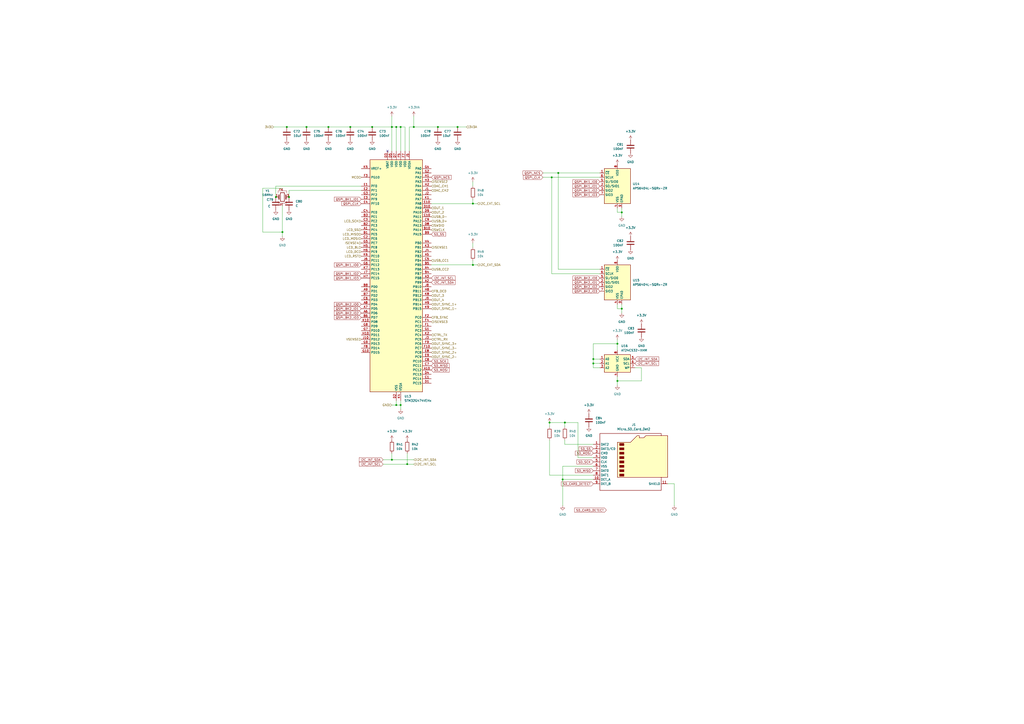
<source format=kicad_sch>
(kicad_sch (version 20250114) (generator "eeschema") (generator_version "9.0")
  (paper "A2")
  (lib_symbols
    (symbol "Connector:Micro_SD_Card_Det2"
      (property "Reference" "J" (at -16.51 17.78 0))
      (property "Value" "Micro_SD_Card_Det2" (at 16.51 17.78 0))
      (symbol "Micro_SD_Card_Det2_0_1"
        (polyline (pts (xy -8.89 -8.89) (xy -8.89 11.43) (xy -1.27 11.43) (xy 2.54 15.24) (xy 3.81 15.24) (xy 3.81 13.97) (xy 6.35 13.97) (xy 7.62 15.24) (xy 20.32 15.24) (xy 20.32 -8.89) (xy -8.89 -8.89)) (stroke (width 0.254)) (fill (type background)))
        (rectangle (start -7.62 10.795) (end -5.08 9.525) (stroke (width 0.254)) (fill (type outline)))
        (rectangle (start -7.62 8.255) (end -5.08 6.985) (stroke (width 0.254)) (fill (type outline)))
        (rectangle (start -7.62 5.715) (end -5.08 4.445) (stroke (width 0.254)) (fill (type outline)))
        (rectangle (start -7.62 3.175) (end -5.08 1.905) (stroke (width 0.254)) (fill (type outline)))
        (rectangle (start -7.62 0.635) (end -5.08 -0.635) (stroke (width 0.254)) (fill (type outline)))
        (rectangle (start -7.62 -1.905) (end -5.08 -3.175) (stroke (width 0.254)) (fill (type outline)))
        (rectangle (start -7.62 -4.445) (end -5.08 -5.715) (stroke (width 0.254)) (fill (type outline)))
        (rectangle (start -7.62 -6.985) (end -5.08 -8.255) (stroke (width 0.254)) (fill (type outline)))
        (polyline (pts (xy 16.51 15.24) (xy 16.51 16.51) (xy -19.05 16.51) (xy -19.05 -16.51) (xy 16.51 -16.51) (xy 16.51 -8.89)) (stroke (width 0.254)))
      )
      (symbol "Micro_SD_Card_Det2_1_1"
        (pin bidirectional line (at -22.86 10.16 0) (length 3.81) (name "DAT2") (number "1"))
        (pin bidirectional line (at -22.86 7.62 0) (length 3.81) (name "DAT3/CD") (number "2"))
        (pin input line (at -22.86 5.08 0) (length 3.81) (name "CMD") (number "3"))
        (pin power_in line (at -22.86 2.54 0) (length 3.81) (name "VDD") (number "4"))
        (pin input line (at -22.86 0 0) (length 3.81) (name "CLK") (number "5"))
        (pin power_in line (at -22.86 -2.54 0) (length 3.81) (name "VSS") (number "6"))
        (pin bidirectional line (at -22.86 -5.08 0) (length 3.81) (name "DAT0") (number "7"))
        (pin bidirectional line (at -22.86 -7.62 0) (length 3.81) (name "DAT1") (number "8"))
        (pin passive line (at -22.86 -10.16 0) (length 3.81) (name "DET_A") (number "10"))
        (pin passive line (at -22.86 -12.7 0) (length 3.81) (name "DET_B") (number "9"))
        (pin passive line (at 20.32 -12.7 180) (length 3.81) (name "SHIELD") (number "11"))
      )
    )
    (symbol "Device:C" (pin_numbers (hide yes)) (pin_names (offset 0.254))
      (property "Reference" "C" (at 0.635 2.54 0))
      (property "Value" "C" (at 0.635 -2.54 0))
      (symbol "C_0_1"
        (polyline (pts (xy -2.032 0.762) (xy 2.032 0.762)) (stroke (width 0.508)))
        (polyline (pts (xy -2.032 -0.762) (xy 2.032 -0.762)) (stroke (width 0.508)))
      )
      (symbol "C_1_1"
        (pin passive line (at 0 3.81 270) (length 2.794) (name "~") (number "1"))
        (pin passive line (at 0 -3.81 90) (length 2.794) (name "~") (number "2"))
      )
    )
    (symbol "Device:Crystal_GND24" (pin_names (offset 1.016) (hide yes))
      (property "Reference" "Y" (at 3.175 5.08 0))
      (property "Value" "Crystal_GND24" (at 3.175 3.175 0))
      (symbol "Crystal_GND24_0_1"
        (polyline (pts (xy -2.54 2.286) (xy -2.54 3.556) (xy 2.54 3.556) (xy 2.54 2.286)))
        (polyline (pts (xy -2.54 0) (xy -2.032 0)))
        (polyline (pts (xy -2.54 -2.286) (xy -2.54 -3.556) (xy 2.54 -3.556) (xy 2.54 -2.286)))
        (polyline (pts (xy -2.032 -1.27) (xy -2.032 1.27)) (stroke (width 0.508)))
        (rectangle (start -1.143 2.54) (end 1.143 -2.54) (stroke (width 0.3048)))
        (polyline (pts (xy 0 3.556) (xy 0 3.81)))
        (polyline (pts (xy 0 -3.81) (xy 0 -3.556)))
        (polyline (pts (xy 2.032 0) (xy 2.54 0)))
        (polyline (pts (xy 2.032 -1.27) (xy 2.032 1.27)) (stroke (width 0.508)))
      )
      (symbol "Crystal_GND24_1_1"
        (pin passive line (at -3.81 0 0) (length 1.27) (name "1") (number "1"))
        (pin passive line (at 0 5.08 270) (length 1.27) (name "2") (number "2"))
        (pin passive line (at 0 -5.08 90) (length 1.27) (name "4") (number "4"))
        (pin passive line (at 3.81 0 180) (length 1.27) (name "3") (number "3"))
      )
    )
    (symbol "Device:R" (pin_numbers (hide yes)) (pin_names (offset 0))
      (property "Reference" "R" (at 2.032 0 90))
      (property "Value" "R" (at 0 0 90))
      (symbol "R_0_1"
        (rectangle (start -1.016 -2.54) (end 1.016 2.54) (stroke (width 0.254)))
      )
      (symbol "R_1_1"
        (pin passive line (at 0 3.81 270) (length 1.27) (name "~") (number "1"))
        (pin passive line (at 0 -3.81 90) (length 1.27) (name "~") (number "2"))
      )
    )
    (symbol "MCU_ST_STM32G4:STM32G474VEHx"
      (property "Reference" "U" (at -15.24 69.85 0))
      (property "Value" "STM32G474VEHx" (at 10.16 69.85 0))
      (symbol "STM32G474VEHx_0_1"
        (rectangle (start -15.24 -66.04) (end 15.24 68.58) (stroke (width 0.254)) (fill (type background)))
      )
      (symbol "STM32G474VEHx_1_1"
        (pin input line (at -20.32 63.5 0) (length 5.08) (name "VREF+") (number "K5"))
        (pin bidirectional line (at -20.32 58.42 0) (length 5.08) (name "PG10") (number "F3"))
        (pin bidirectional line (at -20.32 53.34 0) (length 5.08) (name "PF0") (number "E1"))
        (pin bidirectional line (at -20.32 50.8 0) (length 5.08) (name "PF1") (number "E2"))
        (pin bidirectional line (at -20.32 48.26 0) (length 5.08) (name "PF2") (number "G3"))
        (pin bidirectional line (at -20.32 45.72 0) (length 5.08) (name "PF9") (number "E3"))
        (pin bidirectional line (at -20.32 43.18 0) (length 5.08) (name "PF10") (number "E4"))
        (pin bidirectional line (at -20.32 38.1 0) (length 5.08) (name "PE0") (number "C4"))
        (pin bidirectional line (at -20.32 35.56 0) (length 5.08) (name "PE1") (number "B3"))
        (pin bidirectional line (at -20.32 33.02 0) (length 5.08) (name "PE2") (number "C3"))
        (pin bidirectional line (at -20.32 30.48 0) (length 5.08) (name "PE3") (number "B2"))
        (pin bidirectional line (at -20.32 27.94 0) (length 5.08) (name "PE4") (number "A1"))
        (pin bidirectional line (at -20.32 25.4 0) (length 5.08) (name "PE5") (number "B1"))
        (pin bidirectional line (at -20.32 22.86 0) (length 5.08) (name "PE6") (number "C2"))
        (pin bidirectional line (at -20.32 20.32 0) (length 5.08) (name "PE7") (number "G5"))
        (pin bidirectional line (at -20.32 17.78 0) (length 5.08) (name "PE8") (number "H5"))
        (pin bidirectional line (at -20.32 15.24 0) (length 5.08) (name "PE9") (number "H6"))
        (pin bidirectional line (at -20.32 12.7 0) (length 5.08) (name "PE10") (number "K6"))
        (pin bidirectional line (at -20.32 10.16 0) (length 5.08) (name "PE11") (number "J6"))
        (pin bidirectional line (at -20.32 7.62 0) (length 5.08) (name "PE12") (number "G6"))
        (pin bidirectional line (at -20.32 5.08 0) (length 5.08) (name "PE13") (number "K7"))
        (pin bidirectional line (at -20.32 2.54 0) (length 5.08) (name "PE14") (number "J7"))
        (pin bidirectional line (at -20.32 0 0) (length 5.08) (name "PE15") (number "H7"))
        (pin bidirectional line (at -20.32 -5.08 0) (length 5.08) (name "PD0") (number "B8"))
        (pin bidirectional line (at -20.32 -7.62 0) (length 5.08) (name "PD1") (number "A9"))
        (pin bidirectional line (at -20.32 -10.16 0) (length 5.08) (name "PD2") (number "B7"))
        (pin bidirectional line (at -20.32 -12.7 0) (length 5.08) (name "PD3") (number "C6"))
        (pin bidirectional line (at -20.32 -15.24 0) (length 5.08) (name "PD4") (number "A8"))
        (pin bidirectional line (at -20.32 -17.78 0) (length 5.08) (name "PD5") (number "A7"))
        (pin bidirectional line (at -20.32 -20.32 0) (length 5.08) (name "PD6") (number "A6"))
        (pin bidirectional line (at -20.32 -22.86 0) (length 5.08) (name "PD7") (number "B6"))
        (pin bidirectional line (at -20.32 -25.4 0) (length 5.08) (name "PD8") (number "K10"))
        (pin bidirectional line (at -20.32 -27.94 0) (length 5.08) (name "PD9") (number "G8"))
        (pin bidirectional line (at -20.32 -30.48 0) (length 5.08) (name "PD10") (number "G7"))
        (pin bidirectional line (at -20.32 -33.02 0) (length 5.08) (name "PD11") (number "H10"))
        (pin bidirectional line (at -20.32 -35.56 0) (length 5.08) (name "PD12") (number "J10"))
        (pin bidirectional line (at -20.32 -38.1 0) (length 5.08) (name "PD13") (number "G9"))
        (pin bidirectional line (at -20.32 -40.64 0) (length 5.08) (name "PD14") (number "F8"))
        (pin bidirectional line (at -20.32 -43.18 0) (length 5.08) (name "PD15") (number "G10"))
        (pin power_in line (at -5.08 73.66 270) (length 5.08) (name "VBAT") (number "D3"))
        (pin power_in line (at -2.54 73.66 270) (length 5.08) (name "VDD") (number "D5"))
        (pin power_in line (at 0 73.66 270) (length 5.08) (name "VDD") (number "D7"))
        (pin power_in line (at 0 -71.12 90) (length 5.08) (name "VSS") (number "D2"))
        (pin passive line (at 0 -71.12 90) (length 5.08) (hide yes) (name "VSS") (number "D6"))
        (pin passive line (at 0 -71.12 90) (length 5.08) (hide yes) (name "VSS") (number "E5"))
        (pin passive line (at 0 -71.12 90) (length 5.08) (hide yes) (name "VSS") (number "E6"))
        (pin passive line (at 0 -71.12 90) (length 5.08) (hide yes) (name "VSS") (number "E7"))
        (pin passive line (at 0 -71.12 90) (length 5.08) (hide yes) (name "VSS") (number "F6"))
        (pin power_in line (at 2.54 73.66 270) (length 5.08) (name "VDD") (number "F5"))
        (pin power_in line (at 2.54 -71.12 90) (length 5.08) (name "VSSA") (number "K4"))
        (pin power_in line (at 5.08 73.66 270) (length 5.08) (name "VDD") (number "F7"))
        (pin power_in line (at 7.62 73.66 270) (length 5.08) (name "VDDA") (number "J5"))
        (pin bidirectional line (at 20.32 63.5 180) (length 5.08) (name "PA0") (number "G4"))
        (pin bidirectional line (at 20.32 60.96 180) (length 5.08) (name "PA1") (number "G2"))
        (pin bidirectional line (at 20.32 58.42 180) (length 5.08) (name "PA2") (number "H1"))
        (pin bidirectional line (at 20.32 55.88 180) (length 5.08) (name "PA3") (number "H3"))
        (pin bidirectional line (at 20.32 53.34 180) (length 5.08) (name "PA4") (number "H2"))
        (pin bidirectional line (at 20.32 50.8 180) (length 5.08) (name "PA5") (number "J1"))
        (pin bidirectional line (at 20.32 48.26 180) (length 5.08) (name "PA6") (number "J2"))
        (pin bidirectional line (at 20.32 45.72 180) (length 5.08) (name "PA7") (number "K1"))
        (pin bidirectional line (at 20.32 43.18 180) (length 5.08) (name "PA8") (number "E10"))
        (pin bidirectional line (at 20.32 40.64 180) (length 5.08) (name "PA9") (number "D10"))
        (pin bidirectional line (at 20.32 38.1 180) (length 5.08) (name "PA10") (number "D9"))
        (pin bidirectional line (at 20.32 35.56 180) (length 5.08) (name "PA11") (number "C10"))
        (pin bidirectional line (at 20.32 33.02 180) (length 5.08) (name "PA12") (number "C9"))
        (pin bidirectional line (at 20.32 30.48 180) (length 5.08) (name "PA13") (number "D8"))
        (pin bidirectional line (at 20.32 27.94 180) (length 5.08) (name "PA14") (number "B10"))
        (pin bidirectional line (at 20.32 25.4 180) (length 5.08) (name "PA15") (number "B9"))
        (pin bidirectional line (at 20.32 20.32 180) (length 5.08) (name "PB0") (number "H4"))
        (pin bidirectional line (at 20.32 17.78 180) (length 5.08) (name "PB1") (number "K3"))
        (pin bidirectional line (at 20.32 15.24 180) (length 5.08) (name "PB2") (number "J4"))
        (pin bidirectional line (at 20.32 12.7 180) (length 5.08) (name "PB3") (number "A5"))
        (pin bidirectional line (at 20.32 10.16 180) (length 5.08) (name "PB4") (number "C5"))
        (pin bidirectional line (at 20.32 7.62 180) (length 5.08) (name "PB5") (number "B5"))
        (pin bidirectional line (at 20.32 5.08 180) (length 5.08) (name "PB6") (number "A4"))
        (pin bidirectional line (at 20.32 2.54 180) (length 5.08) (name "PB7") (number "B4"))
        (pin bidirectional line (at 20.32 0 180) (length 5.08) (name "PB8") (number "A3"))
        (pin bidirectional line (at 20.32 -2.54 180) (length 5.08) (name "PB9") (number "A2"))
        (pin bidirectional line (at 20.32 -5.08 180) (length 5.08) (name "PB10") (number "J8"))
        (pin bidirectional line (at 20.32 -7.62 180) (length 5.08) (name "PB11") (number "H8"))
        (pin bidirectional line (at 20.32 -10.16 180) (length 5.08) (name "PB12") (number "K8"))
        (pin bidirectional line (at 20.32 -12.7 180) (length 5.08) (name "PB13") (number "J9"))
        (pin bidirectional line (at 20.32 -15.24 180) (length 5.08) (name "PB14") (number "H9"))
        (pin bidirectional line (at 20.32 -17.78 180) (length 5.08) (name "PB15") (number "K9"))
        (pin bidirectional line (at 20.32 -22.86 180) (length 5.08) (name "PC0") (number "F2"))
        (pin bidirectional line (at 20.32 -25.4 180) (length 5.08) (name "PC1") (number "F4"))
        (pin bidirectional line (at 20.32 -27.94 180) (length 5.08) (name "PC2") (number "F1"))
        (pin bidirectional line (at 20.32 -30.48 180) (length 5.08) (name "PC3") (number "G1"))
        (pin bidirectional line (at 20.32 -33.02 180) (length 5.08) (name "PC4") (number "K2"))
        (pin bidirectional line (at 20.32 -35.56 180) (length 5.08) (name "PC5") (number "J3"))
        (pin bidirectional line (at 20.32 -38.1 180) (length 5.08) (name "PC6") (number "F9"))
        (pin bidirectional line (at 20.32 -40.64 180) (length 5.08) (name "PC7") (number "F10"))
        (pin bidirectional line (at 20.32 -43.18 180) (length 5.08) (name "PC8") (number "E8"))
        (pin bidirectional line (at 20.32 -45.72 180) (length 5.08) (name "PC9") (number "E9"))
        (pin bidirectional line (at 20.32 -48.26 180) (length 5.08) (name "PC10") (number "C8"))
        (pin bidirectional line (at 20.32 -50.8 180) (length 5.08) (name "PC11") (number "C7"))
        (pin bidirectional line (at 20.32 -53.34 180) (length 5.08) (name "PC12") (number "A10"))
        (pin bidirectional line (at 20.32 -55.88 180) (length 5.08) (name "PC13") (number "D4"))
        (pin bidirectional line (at 20.32 -58.42 180) (length 5.08) (name "PC14") (number "C1"))
        (pin bidirectional line (at 20.32 -60.96 180) (length 5.08) (name "PC15") (number "D1"))
      )
    )
    (symbol "Memory_EEPROM:AT24CS32-XHM"
      (property "Reference" "U" (at -7.62 6.35 0))
      (property "Value" "AT24CS32-XHM" (at 2.54 -6.35 0))
      (symbol "AT24CS32-XHM_1_1"
        (rectangle (start -7.62 5.08) (end 7.62 -5.08) (stroke (width 0.254)) (fill (type background)))
        (pin input line (at -10.16 2.54 0) (length 2.54) (name "A0") (number "1"))
        (pin input line (at -10.16 0 0) (length 2.54) (name "A1") (number "2"))
        (pin input line (at -10.16 -2.54 0) (length 2.54) (name "A2") (number "3"))
        (pin power_in line (at 0 7.62 270) (length 2.54) (name "VCC") (number "8"))
        (pin power_in line (at 0 -7.62 90) (length 2.54) (name "GND") (number "4"))
        (pin bidirectional line (at 10.16 2.54 180) (length 2.54) (name "SDA") (number "5"))
        (pin input line (at 10.16 0 180) (length 2.54) (name "SCL") (number "6"))
        (pin input line (at 10.16 -2.54 180) (length 2.54) (name "WP") (number "7"))
      )
    )
    (symbol "Memory_RAM:APS6404L-SQRx-ZR"
      (property "Reference" "U" (at -6.35 11.43 0))
      (property "Value" "APS6404L-SQRx-ZR" (at 11.684 11.43 0))
      (symbol "APS6404L-SQRx-ZR_0_1"
        (rectangle (start -7.62 10.16) (end 7.62 -10.16) (stroke (width 0.254)) (fill (type background)))
      )
      (symbol "APS6404L-SQRx-ZR_1_1"
        (pin input line (at -10.16 7.62 0) (length 2.54) (name "~{CE}") (number "1"))
        (pin input line (at -10.16 5.08 0) (length 2.54) (name "SCLK") (number "6"))
        (pin bidirectional line (at -10.16 2.54 0) (length 2.54) (name "SI/SIO0") (number "5"))
        (pin bidirectional line (at -10.16 0 0) (length 2.54) (name "SO/SIO1") (number "2"))
        (pin bidirectional line (at -10.16 -2.54 0) (length 2.54) (name "SIO2") (number "3"))
        (pin bidirectional line (at -10.16 -5.08 0) (length 2.54) (name "SIO3") (number "7"))
        (pin power_in line (at 0 12.7 270) (length 2.54) (name "VDD") (number "8"))
        (pin power_in line (at 0 -12.7 90) (length 2.54) (name "VSS") (number "4"))
        (pin passive line (at 2.54 -12.7 90) (length 2.54) (name "EPAD") (number "9"))
      )
    )
    (symbol "power:+3.3V" (power) (pin_numbers (hide yes)) (pin_names (offset 0) (hide yes))
      (property "Value" "+3.3V" (at 0 3.556 0))
      (symbol "+3.3V_0_1"
        (polyline (pts (xy -0.762 1.27) (xy 0 2.54)))
        (polyline (pts (xy 0 2.54) (xy 0.762 1.27)))
        (polyline (pts (xy 0 0) (xy 0 2.54)))
      )
      (symbol "+3.3V_1_1"
        (pin power_in line (at 0 0 90) (length 0) (name "~") (number "1"))
      )
    )
    (symbol "power:+3.3VA" (power) (pin_numbers (hide yes)) (pin_names (offset 0) (hide yes))
      (property "Value" "+3.3VA" (at 0 3.556 0))
      (symbol "+3.3VA_0_1"
        (polyline (pts (xy -0.762 1.27) (xy 0 2.54)))
        (polyline (pts (xy 0 2.54) (xy 0.762 1.27)))
        (polyline (pts (xy 0 0) (xy 0 2.54)))
      )
      (symbol "+3.3VA_1_1"
        (pin power_in line (at 0 0 90) (length 0) (name "~") (number "1"))
      )
    )
    (symbol "power:GND" (power) (pin_numbers (hide yes)) (pin_names (offset 0) (hide yes))
      (property "Value" "GND" (at 0 -3.81 0))
      (symbol "GND_0_1"
        (polyline (pts (xy 0 0) (xy 0 -1.27) (xy 1.27 -1.27) (xy 0 -2.54) (xy -1.27 -1.27) (xy 0 -1.27)))
      )
      (symbol "GND_1_1"
        (pin power_in line (at 0 0 270) (length 0) (name "~") (number "1"))
      )
    )
  )
  (junction (at 344.17 210.82))
  (junction (at 236.22 269.24))
  (junction (at 358.14 220.98))
  (junction (at 360.68 123.19))
  (junction (at 265.43 73.66))
  (junction (at 229.87 73.66))
  (junction (at 318.77 245.11))
  (junction (at 227.33 73.66))
  (junction (at 274.32 118.11))
  (junction (at 203.2 73.66))
  (junction (at 166.37 73.66))
  (junction (at 229.87 234.95))
  (junction (at 327.66 245.11))
  (junction (at 358.14 199.39))
  (junction (at 360.68 179.07))
  (junction (at 232.41 73.66))
  (junction (at 320.04 102.87))
  (junction (at 177.8 73.66))
  (junction (at 323.85 100.33))
  (junction (at 163.83 134.62))
  (junction (at 326.39 278.13))
  (junction (at 167.64 114.3))
  (junction (at 215.9 73.66))
  (junction (at 240.03 73.66))
  (junction (at 232.41 234.95))
  (junction (at 160.02 114.3))
  (junction (at 344.17 208.28))
  (junction (at 227.33 266.7))
  (junction (at 190.5 73.66))
  (junction (at 254 73.66))
  (junction (at 274.32 153.67))
  (no_connect (at 224.79 87.63))
  (wire (pts (xy 323.85 100.33) (xy 347.98 100.33)))
  (wire (pts (xy 167.64 110.49) (xy 209.55 110.49)))
  (wire (pts (xy 327.66 245.11) (xy 327.66 247.65)))
  (wire (pts (xy 327.66 255.27) (xy 327.66 257.81)))
  (wire (pts (xy 240.03 73.66) (xy 254 73.66)))
  (wire (pts (xy 232.41 234.95) (xy 232.41 237.49)))
  (wire (pts (xy 152.4 109.22) (xy 152.4 134.62)))
  (wire (pts (xy 344.17 210.82) (xy 344.17 208.28)))
  (wire (pts (xy 203.2 73.66) (xy 215.9 73.66)))
  (wire (pts (xy 227.33 67.31) (xy 227.33 73.66)))
  (wire (pts (xy 229.87 234.95) (xy 232.41 234.95)))
  (wire (pts (xy 391.16 280.67) (xy 387.35 280.67)))
  (wire (pts (xy 227.33 266.7) (xy 222.25 266.7)))
  (wire (pts (xy 229.87 87.63) (xy 229.87 73.66)))
  (wire (pts (xy 326.39 270.51) (xy 326.39 278.13)))
  (wire (pts (xy 372.11 220.98) (xy 358.14 220.98)))
  (wire (pts (xy 327.66 257.81) (xy 344.17 257.81)))
  (wire (pts (xy 274.32 118.11) (xy 276.86 118.11)))
  (wire (pts (xy 344.17 213.36) (xy 344.17 210.82)))
  (wire (pts (xy 326.39 270.51) (xy 344.17 270.51)))
  (wire (pts (xy 227.33 266.7) (xy 240.03 266.7)))
  (wire (pts (xy 227.33 73.66) (xy 227.33 87.63)))
  (wire (pts (xy 318.77 245.11) (xy 318.77 247.65)))
  (wire (pts (xy 372.11 213.36) (xy 372.11 220.98)))
  (wire (pts (xy 215.9 73.66) (xy 227.33 73.66)))
  (wire (pts (xy 320.04 102.87) (xy 347.98 102.87)))
  (wire (pts (xy 358.14 218.44) (xy 358.14 220.98)))
  (wire (pts (xy 274.32 151.13) (xy 274.32 153.67)))
  (wire (pts (xy 320.04 158.75) (xy 320.04 102.87)))
  (wire (pts (xy 227.33 234.95) (xy 229.87 234.95)))
  (wire (pts (xy 344.17 210.82) (xy 347.98 210.82)))
  (wire (pts (xy 274.32 115.57) (xy 274.32 118.11)))
  (wire (pts (xy 358.14 120.65) (xy 358.14 123.19)))
  (wire (pts (xy 347.98 213.36) (xy 344.17 213.36)))
  (wire (pts (xy 265.43 73.66) (xy 270.51 73.66)))
  (wire (pts (xy 335.28 245.11) (xy 327.66 245.11)))
  (wire (pts (xy 391.16 293.37) (xy 391.16 280.67)))
  (wire (pts (xy 236.22 269.24) (xy 236.22 262.89)))
  (wire (pts (xy 335.28 265.43) (xy 344.17 265.43)))
  (wire (pts (xy 274.32 105.41) (xy 274.32 107.95)))
  (wire (pts (xy 237.49 87.63) (xy 237.49 73.66)))
  (wire (pts (xy 163.83 134.62) (xy 163.83 137.16)))
  (wire (pts (xy 318.77 275.59) (xy 318.77 255.27)))
  (wire (pts (xy 323.85 156.21) (xy 347.98 156.21)))
  (wire (pts (xy 240.03 67.31) (xy 240.03 73.66)))
  (wire (pts (xy 232.41 87.63) (xy 232.41 73.66)))
  (wire (pts (xy 163.83 109.22) (xy 152.4 109.22)))
  (wire (pts (xy 229.87 232.41) (xy 229.87 234.95)))
  (wire (pts (xy 190.5 73.66) (xy 203.2 73.66)))
  (wire (pts (xy 344.17 199.39) (xy 358.14 199.39)))
  (wire (pts (xy 314.96 100.33) (xy 323.85 100.33)))
  (wire (pts (xy 274.32 153.67) (xy 276.86 153.67)))
  (wire (pts (xy 335.28 245.11) (xy 335.28 265.43)))
  (wire (pts (xy 177.8 73.66) (xy 190.5 73.66)))
  (wire (pts (xy 318.77 275.59) (xy 344.17 275.59)))
  (wire (pts (xy 237.49 73.66) (xy 240.03 73.66)))
  (wire (pts (xy 167.64 114.3) (xy 167.64 110.49)))
  (wire (pts (xy 358.14 176.53) (xy 358.14 179.07)))
  (wire (pts (xy 358.14 199.39) (xy 358.14 203.2)))
  (wire (pts (xy 250.19 153.67) (xy 274.32 153.67)))
  (wire (pts (xy 163.83 134.62) (xy 163.83 119.38)))
  (wire (pts (xy 323.85 100.33) (xy 323.85 156.21)))
  (wire (pts (xy 158.75 73.66) (xy 166.37 73.66)))
  (wire (pts (xy 274.32 118.11) (xy 250.19 118.11)))
  (wire (pts (xy 234.95 87.63) (xy 234.95 73.66)))
  (wire (pts (xy 166.37 73.66) (xy 177.8 73.66)))
  (wire (pts (xy 360.68 123.19) (xy 360.68 125.73)))
  (wire (pts (xy 344.17 208.28) (xy 344.17 199.39)))
  (wire (pts (xy 227.33 262.89) (xy 227.33 266.7)))
  (wire (pts (xy 358.14 179.07) (xy 360.68 179.07)))
  (wire (pts (xy 327.66 245.11) (xy 318.77 245.11)))
  (wire (pts (xy 347.98 158.75) (xy 320.04 158.75)))
  (wire (pts (xy 326.39 278.13) (xy 344.17 278.13)))
  (wire (pts (xy 344.17 208.28) (xy 347.98 208.28)))
  (wire (pts (xy 358.14 196.85) (xy 358.14 199.39)))
  (wire (pts (xy 236.22 269.24) (xy 240.03 269.24)))
  (wire (pts (xy 274.32 140.97) (xy 274.32 143.51)))
  (wire (pts (xy 368.3 213.36) (xy 372.11 213.36)))
  (wire (pts (xy 152.4 134.62) (xy 163.83 134.62)))
  (wire (pts (xy 358.14 123.19) (xy 360.68 123.19)))
  (wire (pts (xy 360.68 179.07) (xy 360.68 181.61)))
  (wire (pts (xy 314.96 102.87) (xy 320.04 102.87)))
  (wire (pts (xy 160.02 107.95) (xy 160.02 114.3)))
  (wire (pts (xy 234.95 73.66) (xy 232.41 73.66)))
  (wire (pts (xy 254 73.66) (xy 265.43 73.66)))
  (wire (pts (xy 229.87 73.66) (xy 227.33 73.66)))
  (wire (pts (xy 232.41 73.66) (xy 229.87 73.66)))
  (wire (pts (xy 358.14 220.98) (xy 358.14 223.52)))
  (wire (pts (xy 232.41 232.41) (xy 232.41 234.95)))
  (wire (pts (xy 360.68 176.53) (xy 360.68 179.07)))
  (wire (pts (xy 160.02 107.95) (xy 209.55 107.95)))
  (wire (pts (xy 360.68 120.65) (xy 360.68 123.19)))
  (wire (pts (xy 326.39 278.13) (xy 326.39 293.37)))
  (wire (pts (xy 222.25 269.24) (xy 236.22 269.24)))
  (global_label "QSPI_BK1_IO1" (shape input) (at 209.55 115.57 180) (property "Intersheetrefs" "${INTERSHEET_REFS}" (effects (hide yes))))
  (global_label "QSPI_BK1_IO2" (shape input) (at 209.55 158.75 180) (property "Intersheetrefs" "${INTERSHEET_REFS}" (effects (hide yes))))
  (global_label "SD_SCK" (shape input) (at 250.19 209.55 0) (property "Intersheetrefs" "${INTERSHEET_REFS}" (effects (hide yes))))
  (global_label "QSPI_BK1_IO0" (shape input) (at 347.98 105.41 180) (property "Intersheetrefs" "${INTERSHEET_REFS}" (effects (hide yes))))
  (global_label "QSPI_NCS" (shape input) (at 250.19 102.87 0) (property "Intersheetrefs" "${INTERSHEET_REFS}" (effects (hide yes))))
  (global_label "I2C_INT_SCL" (shape input) (at 222.25 269.24 180) (property "Intersheetrefs" "${INTERSHEET_REFS}" (effects (hide yes))))
  (global_label "I2C_INT_SDA" (shape input) (at 368.3 208.28 0) (property "Intersheetrefs" "${INTERSHEET_REFS}" (effects (hide yes))))
  (global_label "QSPI_BK2_IO2" (shape input) (at 209.55 181.61 180) (property "Intersheetrefs" "${INTERSHEET_REFS}" (effects (hide yes))))
  (global_label "I2C_INT_SDA" (shape input) (at 250.19 163.83 0) (property "Intersheetrefs" "${INTERSHEET_REFS}" (effects (hide yes))))
  (global_label "QSPI_BK1_IO2" (shape input) (at 347.98 110.49 180) (property "Intersheetrefs" "${INTERSHEET_REFS}" (effects (hide yes))))
  (global_label "SD_SCK" (shape input) (at 344.17 267.97 180) (property "Intersheetrefs" "${INTERSHEET_REFS}" (effects (hide yes))))
  (global_label "QSPI_BK1_IO0" (shape input) (at 209.55 153.67 180) (property "Intersheetrefs" "${INTERSHEET_REFS}" (effects (hide yes))))
  (global_label "QSPI_BK2_IO1" (shape input) (at 209.55 179.07 180) (property "Intersheetrefs" "${INTERSHEET_REFS}" (effects (hide yes))))
  (global_label "SD_CARD_DETECT" (shape input) (at 344.17 280.67 180) (property "Intersheetrefs" "${INTERSHEET_REFS}" (effects (hide yes))))
  (global_label "QSPI_BK1_IO3" (shape input) (at 209.55 161.29 180) (property "Intersheetrefs" "${INTERSHEET_REFS}" (effects (hide yes))))
  (global_label "SD_MISO" (shape input) (at 344.17 273.05 180) (property "Intersheetrefs" "${INTERSHEET_REFS}" (effects (hide yes))))
  (global_label "I2C_INT_SCL" (shape input) (at 250.19 161.29 0) (property "Intersheetrefs" "${INTERSHEET_REFS}" (effects (hide yes))))
  (global_label "SD_MOSI" (shape input) (at 250.19 214.63 0) (property "Intersheetrefs" "${INTERSHEET_REFS}" (effects (hide yes))))
  (global_label "QSPI_BK1_IO3" (shape input) (at 347.98 113.03 180) (property "Intersheetrefs" "${INTERSHEET_REFS}" (effects (hide yes))))
  (global_label "QSPI_BK2_IO0" (shape input) (at 347.98 161.29 180) (property "Intersheetrefs" "${INTERSHEET_REFS}" (effects (hide yes))))
  (global_label "SD_MISO" (shape input) (at 250.19 212.09 0) (property "Intersheetrefs" "${INTERSHEET_REFS}" (effects (hide yes))))
  (global_label "SD_MOSI" (shape input) (at 344.17 262.89 180) (property "Intersheetrefs" "${INTERSHEET_REFS}" (effects (hide yes))))
  (global_label "QSPI_CLK" (shape input) (at 314.96 102.87 180) (property "Intersheetrefs" "${INTERSHEET_REFS}" (effects (hide yes))))
  (global_label "QSPI_BK2_IO1" (shape input) (at 347.98 163.83 180) (property "Intersheetrefs" "${INTERSHEET_REFS}" (effects (hide yes))))
  (global_label "I2C_INT_SDA" (shape input) (at 222.25 266.7 180) (property "Intersheetrefs" "${INTERSHEET_REFS}" (effects (hide yes))))
  (global_label "QSPI_CLK" (shape input) (at 209.55 118.11 180) (property "Intersheetrefs" "${INTERSHEET_REFS}" (effects (hide yes))))
  (global_label "SD_SS" (shape input) (at 344.17 260.35 180) (property "Intersheetrefs" "${INTERSHEET_REFS}" (effects (hide yes))))
  (global_label "SD_SS" (shape input) (at 250.19 135.89 0) (property "Intersheetrefs" "${INTERSHEET_REFS}" (effects (hide yes))))
  (global_label "I2C_INT_SCL" (shape input) (at 368.3 210.82 0) (property "Intersheetrefs" "${INTERSHEET_REFS}" (effects (hide yes))))
  (global_label "QSPI_BK1_IO1" (shape input) (at 347.98 107.95 180) (property "Intersheetrefs" "${INTERSHEET_REFS}" (effects (hide yes))))
  (global_label "QSPI_NCS" (shape input) (at 314.96 100.33 180) (property "Intersheetrefs" "${INTERSHEET_REFS}" (effects (hide yes))))
  (global_label "QSPI_BK2_IO3" (shape input) (at 347.98 168.91 180) (property "Intersheetrefs" "${INTERSHEET_REFS}" (effects (hide yes))))
  (global_label "SD_CARD_DETECT" (shape input) (at 351.79 295.91 180) (property "Intersheetrefs" "${INTERSHEET_REFS}" (effects (hide yes))))
  (global_label "QSPI_BK2_IO3" (shape input) (at 209.55 184.15 180) (property "Intersheetrefs" "${INTERSHEET_REFS}" (effects (hide yes))))
  (global_label "QSPI_BK2_IO0" (shape input) (at 209.55 176.53 180) (property "Intersheetrefs" "${INTERSHEET_REFS}" (effects (hide yes))))
  (global_label "QSPI_BK2_IO2" (shape input) (at 347.98 166.37 180) (property "Intersheetrefs" "${INTERSHEET_REFS}" (effects (hide yes))))
  (hierarchical_label "OUT_SYNC_1-" (shape input) (at 250.19 179.07 0))
  (hierarchical_label "DAC_CH1" (shape input) (at 250.19 107.95 0))
  (hierarchical_label "OUT_SYNC_2-" (shape input) (at 250.19 207.01 0))
  (hierarchical_label "SWCLK" (shape input) (at 250.19 133.35 0))
  (hierarchical_label "3V3A" (shape input) (at 270.51 73.66 0))
  (hierarchical_label "LCD_RST" (shape input) (at 209.55 148.59 180))
  (hierarchical_label "I2C_EXT_SCL" (shape input) (at 276.86 118.11 0))
  (hierarchical_label "ISENSE4" (shape input) (at 209.55 140.97 180))
  (hierarchical_label "I2C_EXT_SDA" (shape input) (at 276.86 153.67 0))
  (hierarchical_label "LCD_MISO" (shape input) (at 209.55 135.89 180))
  (hierarchical_label "LCD_BL" (shape input) (at 209.55 143.51 180))
  (hierarchical_label "LCD_MOSI" (shape input) (at 209.55 138.43 180))
  (hierarchical_label "USB_CC2" (shape input) (at 250.19 156.21 0))
  (hierarchical_label "LCD_SCK" (shape input) (at 209.55 128.27 180))
  (hierarchical_label "ISENSE3" (shape input) (at 250.19 186.69 0))
  (hierarchical_label "MCO" (shape input) (at 209.55 102.87 180))
  (hierarchical_label "ISENSE1" (shape input) (at 250.19 143.51 0))
  (hierarchical_label "USB_D+" (shape input) (at 250.19 128.27 0))
  (hierarchical_label "I2C_INT_SCL" (shape input) (at 240.03 269.24 0))
  (hierarchical_label "OUT_SYNC_3+" (shape input) (at 250.19 199.39 0))
  (hierarchical_label "ISENSE2" (shape input) (at 250.19 105.41 0))
  (hierarchical_label "OUT_2" (shape input) (at 250.19 123.19 0))
  (hierarchical_label "SWDIO" (shape input) (at 250.19 130.81 0))
  (hierarchical_label "LCD_SS" (shape input) (at 209.55 133.35 180))
  (hierarchical_label "3V3" (shape input) (at 158.75 73.66 180))
  (hierarchical_label "VSENSE" (shape input) (at 209.55 196.85 180))
  (hierarchical_label "USB_CC1" (shape input) (at 250.19 151.13 0))
  (hierarchical_label "OUT_3" (shape input) (at 250.19 171.45 0))
  (hierarchical_label "OUT_4" (shape input) (at 250.19 173.99 0))
  (hierarchical_label "LCD_DC" (shape input) (at 209.55 146.05 180))
  (hierarchical_label "OUT_SYNC_3-" (shape input) (at 250.19 201.93 0))
  (hierarchical_label "CTRL_TX" (shape input) (at 250.19 194.31 0))
  (hierarchical_label "OUT_SYNC_2+" (shape input) (at 250.19 204.47 0))
  (hierarchical_label "OUT_1" (shape input) (at 250.19 120.65 0))
  (hierarchical_label "OUT_SYNC_1+" (shape input) (at 250.19 176.53 0))
  (hierarchical_label "CTRL_RX" (shape input) (at 250.19 196.85 0))
  (hierarchical_label "DAC_CH2" (shape input) (at 250.19 110.49 0))
  (hierarchical_label "USB_D-" (shape input) (at 250.19 125.73 0))
  (hierarchical_label "FB_SYNC" (shape input) (at 250.19 184.15 0))
  (hierarchical_label "FB_OCD" (shape input) (at 250.19 168.91 0))
  (hierarchical_label "GND" (shape input) (at 227.33 234.95 180))
  (hierarchical_label "I2C_INT_SDA" (shape input) (at 240.03 266.7 0))
  (symbol (lib_id "Device:C") (at 215.9 77.47 0) (unit 1)
    (property "Reference" "C73" (at 219.964 76.2 0) (effects (justify left)))
    (property "Value" "100nF" (at 219.964 78.74 0) (effects (justify left)))
    (property "Footprint" "Capacitor_SMD:C_0402_1005Metric" (effects (hide yes)))
    (property "Description" "Unpolarized capacitor" (effects (hide yes)))
  )
  (symbol (lib_id "Device:C") (at 265.43 77.47 0) (mirror y) (unit 1)
    (property "Reference" "C77" (at 261.62 76.1999 0) (effects (justify left)))
    (property "Value" "10uF" (at 261.62 78.7399 0) (effects (justify left)))
    (property "Footprint" "Capacitor_SMD:C_1206_3216Metric" (effects (hide yes)))
    (property "Description" "Unpolarized capacitor" (effects (hide yes)))
  )
  (symbol (lib_id "Device:C") (at 341.63 243.84 0) (unit 1)
    (property "Reference" "C84" (at 345.44 242.5699 0) (effects (justify left)))
    (property "Value" "100nF" (at 345.44 245.1099 0) (effects (justify left)))
    (property "Footprint" "Capacitor_SMD:C_0805_2012Metric" (effects (hide yes)))
    (property "Description" "Unpolarized capacitor" (effects (hide yes)))
  )
  (symbol (lib_id "power:GND") (at 360.68 125.73 0) (unit 1)
    (property "Reference" "#PWR0139" (effects (hide yes)))
    (property "Value" "GND" (at 360.68 130.81 0))
    (property "Description" "Power symbol creates a global label with name \"GND\" , ground" (effects (hide yes)))
  )
  (symbol (lib_id "power:GND") (at 365.76 144.78 0) (mirror y) (unit 1)
    (property "Reference" "#PWR0143" (effects (hide yes)))
    (property "Value" "GND" (at 365.76 149.86 0))
    (property "Description" "Power symbol creates a global label with name \"GND\" , ground" (effects (hide yes)))
  )
  (symbol (lib_id "power:+3.3VA") (at 240.03 67.31 0) (unit 1)
    (property "Reference" "#PWR0163" (effects (hide yes)))
    (property "Value" "+3.3VA" (at 240.03 62.23 0))
    (property "Description" "Power symbol creates a global label with name \"+3.3VA\"" (effects (hide yes)))
  )
  (symbol (lib_id "MCU_ST_STM32G4:STM32G474VEHx") (at 229.87 161.29 0) (unit 1)
    (property "Reference" "U13" (at 234.5533 229.87 0) (effects (justify left)))
    (property "Value" "STM32G474VEHx" (at 234.5533 232.41 0) (effects (justify left)))
    (property "Footprint" "Package_BGA:TFBGA-100_8x8mm_Layout10x10_P0.8mm" (effects (hide yes)))
    (property "Datasheet" "https://www.st.com/resource/en/datasheet/stm32g474ve.pdf" (effects (hide yes)))
    (property "Description" "STMicroelectronics Arm Cortex-M4 MCU, 512KB flash, 128KB RAM, 170 MHz, 1.71-3.6V, 86 GPIO, TFBGA100" (effects (hide yes)))
  )
  (symbol (lib_id "power:GND") (at 341.63 247.65 0) (unit 1)
    (property "Reference" "#PWR0151" (effects (hide yes)))
    (property "Value" "GND" (at 341.63 252.73 0))
    (property "Description" "Power symbol creates a global label with name \"GND\" , ground" (effects (hide yes)))
  )
  (symbol (lib_id "Connector:Micro_SD_Card_Det2") (at 367.03 267.97 0) (unit 1)
    (property "Reference" "J1" (at 367.665 246.38 0))
    (property "Value" "Micro_SD_Card_Det2" (at 367.665 248.92 0))
    (property "Footprint" "Connector_Card:microSD_HC_Hirose_DM3BT-DSF-PEJS" (effects (hide yes)))
    (property "Datasheet" "https://www.hirose.com/en/product/document?clcode=&productname=&series=DM3&documenttype=Catalog&lang=en&documentid=D49662_en" (effects (hide yes)))
    (property "Description" "Micro SD Card Socket with two card detection pins" (effects (hide yes)))
  )
  (symbol (lib_id "power:+3.3V") (at 227.33 67.31 0) (unit 1)
    (property "Reference" "#PWR0162" (effects (hide yes)))
    (property "Value" "+3.3V" (at 227.33 62.23 0))
    (property "Description" "Power symbol creates a global label with name \"+3.3V\"" (effects (hide yes)))
  )
  (symbol (lib_id "power:+3.3V") (at 365.76 81.28 0) (unit 1)
    (property "Reference" "#PWR0137" (effects (hide yes)))
    (property "Value" "+3.3V" (at 365.76 76.2 0))
    (property "Description" "Power symbol creates a global label with name \"+3.3V\"" (effects (hide yes)))
  )
  (symbol (lib_id "power:GND") (at 160.02 121.92 0) (unit 1)
    (property "Reference" "#PWR0132" (effects (hide yes)))
    (property "Value" "GND" (at 160.02 127 0))
    (property "Description" "Power symbol creates a global label with name \"GND\" , ground" (effects (hide yes)))
  )
  (symbol (lib_id "power:+3.3V") (at 274.32 140.97 0) (unit 1)
    (property "Reference" "#PWR0161" (effects (hide yes)))
    (property "Value" "+3.3V" (at 274.32 135.89 0))
    (property "Description" "Power symbol creates a global label with name \"+3.3V\"" (effects (hide yes)))
  )
  (symbol (lib_id "Device:Crystal_GND24") (at 163.83 114.3 0) (unit 1)
    (property "Reference" "Y1" (at 155.194 110.744 0))
    (property "Value" "16Mhz" (at 155.194 113.03 0))
    (property "Footprint" "Crystal:Crystal_SMD_3225-4Pin_3.2x2.5mm" (effects (hide yes)))
    (property "Description" "Four pin crystal, GND on pins 2 and 4" (effects (hide yes)))
  )
  (symbol (lib_id "power:GND") (at 203.2 81.28 0) (unit 1)
    (property "Reference" "#PWR0126" (effects (hide yes)))
    (property "Value" "GND" (at 203.2 86.36 0))
    (property "Description" "Power symbol creates a global label with name \"GND\" , ground" (effects (hide yes)))
  )
  (symbol (lib_id "Device:C") (at 203.2 77.47 0) (unit 1)
    (property "Reference" "C74" (at 207.264 76.2 0) (effects (justify left)))
    (property "Value" "100nF" (at 207.264 78.74 0) (effects (justify left)))
    (property "Footprint" "Capacitor_SMD:C_0402_1005Metric" (effects (hide yes)))
    (property "Description" "Unpolarized capacitor" (effects (hide yes)))
  )
  (symbol (lib_id "power:+3.3V") (at 372.11 187.96 0) (unit 1)
    (property "Reference" "#PWR0144" (effects (hide yes)))
    (property "Value" "+3.3V" (at 372.11 182.88 0))
    (property "Description" "Power symbol creates a global label with name \"+3.3V\"" (effects (hide yes)))
  )
  (symbol (lib_id "power:GND") (at 163.83 137.16 0) (unit 1)
    (property "Reference" "#PWR0134" (effects (hide yes)))
    (property "Value" "GND" (at 163.83 142.24 0))
    (property "Description" "Power symbol creates a global label with name \"GND\" , ground" (effects (hide yes)))
  )
  (symbol (lib_id "Device:C") (at 160.02 118.11 0) (unit 1)
    (property "Reference" "C79" (at 154.686 115.824 0) (effects (justify left)))
    (property "Value" "C" (at 155.448 119.634 0) (effects (justify left)))
    (property "Footprint" "Capacitor_SMD:C_0805_2012Metric" (effects (hide yes)))
    (property "Description" "Unpolarized capacitor" (effects (hide yes)))
  )
  (symbol (lib_id "power:GND") (at 391.16 293.37 0) (unit 1)
    (property "Reference" "#PWR0152" (effects (hide yes)))
    (property "Value" "GND" (at 391.16 298.45 0))
    (property "Description" "Power symbol creates a global label with name \"GND\" , ground" (effects (hide yes)))
  )
  (symbol (lib_id "power:GND") (at 215.9 81.28 0) (unit 1)
    (property "Reference" "#PWR0125" (effects (hide yes)))
    (property "Value" "GND" (at 215.9 86.36 0))
    (property "Description" "Power symbol creates a global label with name \"GND\" , ground" (effects (hide yes)))
  )
  (symbol (lib_id "Device:R") (at 318.77 251.46 0) (unit 1)
    (property "Reference" "R39" (at 321.31 250.1899 0) (effects (justify left)))
    (property "Value" "10k" (at 321.31 252.7299 0) (effects (justify left)))
    (property "Footprint" "Resistor_SMD:R_0402_1005Metric" (effects (hide yes)))
    (property "Description" "Resistor" (effects (hide yes)))
  )
  (symbol (lib_id "power:GND") (at 326.39 293.37 0) (unit 1)
    (property "Reference" "#PWR0149" (effects (hide yes)))
    (property "Value" "GND" (at 326.39 298.45 0))
    (property "Description" "Power symbol creates a global label with name \"GND\" , ground" (effects (hide yes)))
  )
  (symbol (lib_id "power:GND") (at 265.43 81.28 0) (mirror y) (unit 1)
    (property "Reference" "#PWR0130" (effects (hide yes)))
    (property "Value" "GND" (at 265.43 86.36 0))
    (property "Description" "Power symbol creates a global label with name \"GND\" , ground" (effects (hide yes)))
  )
  (symbol (lib_id "power:+3.3V") (at 227.33 255.27 0) (unit 1)
    (property "Reference" "#PWR0154" (effects (hide yes)))
    (property "Value" "+3.3V" (at 227.33 250.19 0))
    (property "Description" "Power symbol creates a global label with name \"+3.3V\"" (effects (hide yes)))
  )
  (symbol (lib_id "Device:R") (at 274.32 111.76 0) (unit 1)
    (property "Reference" "R48" (at 276.86 110.4899 0) (effects (justify left)))
    (property "Value" "10k" (at 276.86 113.0299 0) (effects (justify left)))
    (property "Footprint" "Resistor_SMD:R_0402_1005Metric" (effects (hide yes)))
    (property "Description" "Resistor" (effects (hide yes)))
  )
  (symbol (lib_id "power:GND") (at 166.37 81.28 0) (unit 1)
    (property "Reference" "#PWR0129" (effects (hide yes)))
    (property "Value" "GND" (at 166.37 86.36 0))
    (property "Description" "Power symbol creates a global label with name \"GND\" , ground" (effects (hide yes)))
  )
  (symbol (lib_id "Device:R") (at 227.33 259.08 0) (unit 1)
    (property "Reference" "R41" (at 229.87 257.8099 0) (effects (justify left)))
    (property "Value" "10k" (at 229.87 260.3499 0) (effects (justify left)))
    (property "Footprint" "Resistor_SMD:R_0402_1005Metric" (effects (hide yes)))
    (property "Description" "Resistor" (effects (hide yes)))
  )
  (symbol (lib_id "power:+3.3V") (at 358.14 95.25 0) (unit 1)
    (property "Reference" "#PWR0138" (effects (hide yes)))
    (property "Value" "+3.3V" (at 358.14 90.17 0))
    (property "Description" "Power symbol creates a global label with name \"+3.3V\"" (effects (hide yes)))
  )
  (symbol (lib_id "power:GND") (at 365.76 88.9 0) (mirror y) (unit 1)
    (property "Reference" "#PWR0136" (effects (hide yes)))
    (property "Value" "GND" (at 365.76 93.98 0))
    (property "Description" "Power symbol creates a global label with name \"GND\" , ground" (effects (hide yes)))
  )
  (symbol (lib_id "power:GND") (at 190.5 81.28 0) (unit 1)
    (property "Reference" "#PWR0127" (effects (hide yes)))
    (property "Value" "GND" (at 190.5 86.36 0))
    (property "Description" "Power symbol creates a global label with name \"GND\" , ground" (effects (hide yes)))
  )
  (symbol (lib_id "power:+3.3V") (at 358.14 196.85 0) (unit 1)
    (property "Reference" "#PWR0146" (effects (hide yes)))
    (property "Value" "+3.3V" (at 358.14 191.77 0))
    (property "Description" "Power symbol creates a global label with name \"+3.3V\"" (effects (hide yes)))
  )
  (symbol (lib_id "power:GND") (at 254 81.28 0) (mirror y) (unit 1)
    (property "Reference" "#PWR0131" (effects (hide yes)))
    (property "Value" "GND" (at 254 86.36 0))
    (property "Description" "Power symbol creates a global label with name \"GND\" , ground" (effects (hide yes)))
  )
  (symbol (lib_id "power:GND") (at 167.64 121.92 0) (unit 1)
    (property "Reference" "#PWR0135" (effects (hide yes)))
    (property "Value" "GND" (at 167.64 127 0))
    (property "Description" "Power symbol creates a global label with name \"GND\" , ground" (effects (hide yes)))
  )
  (symbol (lib_id "Memory_RAM:APS6404L-SQRx-ZR") (at 358.14 107.95 0) (unit 1)
    (property "Reference" "U14" (at 367.03 106.6799 0) (effects (justify left)))
    (property "Value" "APS6404L-SQRx-ZR" (at 367.03 109.2199 0) (effects (justify left)))
    (property "Footprint" "Package_SON:Winbond_USON-8-1EP_3x2mm_P0.5mm_EP0.2x1.6mm" (effects (hide yes)))
    (property "Datasheet" "https://www.apmemory.com/en/downloadFiles/0324112120mm608993" (effects (hide yes)))
    (property "Description" "64 Mbit / 8M x 8-bits serial pseudo SRAM MEMORY, up to 144MHz, 1.62-1.98V supply, USON-8 (XSON-8)" (effects (hide yes)))
  )
  (symbol (lib_id "Device:R") (at 327.66 251.46 180) (unit 1)
    (property "Reference" "R40" (at 330.2 250.1899 0) (effects (justify right)))
    (property "Value" "10k" (at 330.2 252.7299 0) (effects (justify right)))
    (property "Footprint" "Resistor_SMD:R_0402_1005Metric" (effects (hide yes)))
    (property "Description" "Resistor" (effects (hide yes)))
  )
  (symbol (lib_id "Device:C") (at 166.37 77.47 0) (unit 1)
    (property "Reference" "C72" (at 170.18 76.1999 0) (effects (justify left)))
    (property "Value" "10uF" (at 170.18 78.7399 0) (effects (justify left)))
    (property "Footprint" "Capacitor_SMD:C_1206_3216Metric" (effects (hide yes)))
    (property "Description" "Unpolarized capacitor" (effects (hide yes)))
  )
  (symbol (lib_id "power:+3.3V") (at 274.32 105.41 0) (unit 1)
    (property "Reference" "#PWR0160" (effects (hide yes)))
    (property "Value" "+3.3V" (at 274.32 100.33 0))
    (property "Description" "Power symbol creates a global label with name \"+3.3V\"" (effects (hide yes)))
  )
  (symbol (lib_id "Device:C") (at 372.11 191.77 0) (mirror y) (unit 1)
    (property "Reference" "C83" (at 368.046 190.5 0) (effects (justify left)))
    (property "Value" "100nF" (at 368.046 193.04 0) (effects (justify left)))
    (property "Footprint" "Capacitor_SMD:C_0402_1005Metric" (effects (hide yes)))
    (property "Description" "Unpolarized capacitor" (effects (hide yes)))
  )
  (symbol (lib_id "power:GND") (at 372.11 195.58 0) (mirror y) (unit 1)
    (property "Reference" "#PWR0145" (effects (hide yes)))
    (property "Value" "GND" (at 372.11 200.66 0))
    (property "Description" "Power symbol creates a global label with name \"GND\" , ground" (effects (hide yes)))
  )
  (symbol (lib_id "Device:C") (at 365.76 140.97 0) (mirror y) (unit 1)
    (property "Reference" "C82" (at 361.696 139.7 0) (effects (justify left)))
    (property "Value" "100nF" (at 361.696 142.24 0) (effects (justify left)))
    (property "Footprint" "Capacitor_SMD:C_0402_1005Metric" (effects (hide yes)))
    (property "Description" "Unpolarized capacitor" (effects (hide yes)))
  )
  (symbol (lib_id "Memory_RAM:APS6404L-SQRx-ZR") (at 358.14 163.83 0) (unit 1)
    (property "Reference" "U15" (at 367.03 162.5599 0) (effects (justify left)))
    (property "Value" "APS6404L-SQRx-ZR" (at 367.03 165.0999 0) (effects (justify left)))
    (property "Footprint" "Package_SON:Winbond_USON-8-1EP_3x2mm_P0.5mm_EP0.2x1.6mm" (effects (hide yes)))
    (property "Datasheet" "https://www.apmemory.com/en/downloadFiles/0324112120mm608993" (effects (hide yes)))
    (property "Description" "64 Mbit / 8M x 8-bits serial pseudo SRAM MEMORY, up to 144MHz, 1.62-1.98V supply, USON-8 (XSON-8)" (effects (hide yes)))
  )
  (symbol (lib_id "power:GND") (at 360.68 181.61 0) (unit 1)
    (property "Reference" "#PWR0141" (effects (hide yes)))
    (property "Value" "GND" (at 360.68 186.69 0))
    (property "Description" "Power symbol creates a global label with name \"GND\" , ground" (effects (hide yes)))
  )
  (symbol (lib_id "Device:R") (at 274.32 147.32 0) (unit 1)
    (property "Reference" "R49" (at 276.86 146.0499 0) (effects (justify left)))
    (property "Value" "10k" (at 276.86 148.5899 0) (effects (justify left)))
    (property "Footprint" "Resistor_SMD:R_0402_1005Metric" (effects (hide yes)))
    (property "Description" "Resistor" (effects (hide yes)))
  )
  (symbol (lib_id "Memory_EEPROM:AT24CS32-XHM") (at 358.14 210.82 0) (unit 1)
    (property "Reference" "U16" (at 360.2833 200.66 0) (effects (justify left)))
    (property "Value" "AT24CS32-XHM" (at 360.2833 203.2 0) (effects (justify left)))
    (property "Footprint" "Package_SO:TSSOP-8_4.4x3mm_P0.65mm" (effects (hide yes)))
    (property "Datasheet" "http://ww1.microchip.com/downloads/en/DeviceDoc/Atmel-8869-SEEPROM-AT24CS32-Datasheet.pdf" (effects (hide yes)))
    (property "Description" "I2C Serial EEPROM, 32Kb (4096x8) with Unique Serial Number, TSSOP8" (effects (hide yes)))
  )
  (symbol (lib_id "power:+3.3V") (at 341.63 240.03 0) (unit 1)
    (property "Reference" "#PWR0150" (effects (hide yes)))
    (property "Value" "+3.3V" (at 341.63 234.95 0))
    (property "Description" "Power symbol creates a global label with name \"+3.3V\"" (effects (hide yes)))
  )
  (symbol (lib_id "power:+3.3V") (at 358.14 151.13 0) (unit 1)
    (property "Reference" "#PWR0140" (effects (hide yes)))
    (property "Value" "+3.3V" (at 358.14 146.05 0))
    (property "Description" "Power symbol creates a global label with name \"+3.3V\"" (effects (hide yes)))
  )
  (symbol (lib_id "Device:C") (at 167.64 118.11 0) (unit 1)
    (property "Reference" "C80" (at 171.45 116.8399 0) (effects (justify left)))
    (property "Value" "C" (at 171.45 119.3799 0) (effects (justify left)))
    (property "Footprint" "Capacitor_SMD:C_0805_2012Metric" (effects (hide yes)))
    (property "Description" "Unpolarized capacitor" (effects (hide yes)))
  )
  (symbol (lib_id "Device:C") (at 365.76 85.09 0) (mirror y) (unit 1)
    (property "Reference" "C81" (at 361.696 83.82 0) (effects (justify left)))
    (property "Value" "100nF" (at 361.696 86.36 0) (effects (justify left)))
    (property "Footprint" "Capacitor_SMD:C_0402_1005Metric" (effects (hide yes)))
    (property "Description" "Unpolarized capacitor" (effects (hide yes)))
  )
  (symbol (lib_id "Device:C") (at 254 77.47 0) (mirror y) (unit 1)
    (property "Reference" "C78" (at 249.936 76.2 0) (effects (justify left)))
    (property "Value" "100nF" (at 249.936 78.74 0) (effects (justify left)))
    (property "Footprint" "Capacitor_SMD:C_0402_1005Metric" (effects (hide yes)))
    (property "Description" "Unpolarized capacitor" (effects (hide yes)))
  )
  (symbol (lib_id "power:+3.3V") (at 236.22 255.27 0) (unit 1)
    (property "Reference" "#PWR0153" (effects (hide yes)))
    (property "Value" "+3.3V" (at 236.22 250.19 0))
    (property "Description" "Power symbol creates a global label with name \"+3.3V\"" (effects (hide yes)))
  )
  (symbol (lib_id "power:+3.3V") (at 365.76 137.16 0) (unit 1)
    (property "Reference" "#PWR0142" (effects (hide yes)))
    (property "Value" "+3.3V" (at 365.76 132.08 0))
    (property "Description" "Power symbol creates a global label with name \"+3.3V\"" (effects (hide yes)))
  )
  (symbol (lib_id "Device:C") (at 190.5 77.47 0) (unit 1)
    (property "Reference" "C76" (at 194.564 76.2 0) (effects (justify left)))
    (property "Value" "100nF" (at 194.564 78.74 0) (effects (justify left)))
    (property "Footprint" "Capacitor_SMD:C_0402_1005Metric" (effects (hide yes)))
    (property "Description" "Unpolarized capacitor" (effects (hide yes)))
  )
  (symbol (lib_id "power:GND") (at 358.14 223.52 0) (mirror y) (unit 1)
    (property "Reference" "#PWR0147" (effects (hide yes)))
    (property "Value" "GND" (at 358.14 228.6 0))
    (property "Description" "Power symbol creates a global label with name \"GND\" , ground" (effects (hide yes)))
  )
  (symbol (lib_id "power:GND") (at 177.8 81.28 0) (unit 1)
    (property "Reference" "#PWR0128" (effects (hide yes)))
    (property "Value" "GND" (at 177.8 86.36 0))
    (property "Description" "Power symbol creates a global label with name \"GND\" , ground" (effects (hide yes)))
  )
  (symbol (lib_id "power:GND") (at 232.41 237.49 0) (unit 1)
    (property "Reference" "#PWR0133" (effects (hide yes)))
    (property "Value" "GND" (at 232.41 242.57 0))
    (property "Description" "Power symbol creates a global label with name \"GND\" , ground" (effects (hide yes)))
  )
  (symbol (lib_id "Device:C") (at 177.8 77.47 0) (unit 1)
    (property "Reference" "C75" (at 181.864 76.2 0) (effects (justify left)))
    (property "Value" "100nF" (at 181.864 78.74 0) (effects (justify left)))
    (property "Footprint" "Capacitor_SMD:C_0402_1005Metric" (effects (hide yes)))
    (property "Description" "Unpolarized capacitor" (effects (hide yes)))
  )
  (symbol (lib_id "Device:R") (at 236.22 259.08 0) (unit 1)
    (property "Reference" "R42" (at 238.76 257.8099 0) (effects (justify left)))
    (property "Value" "10k" (at 238.76 260.3499 0) (effects (justify left)))
    (property "Footprint" "Resistor_SMD:R_0402_1005Metric" (effects (hide yes)))
    (property "Description" "Resistor" (effects (hide yes)))
  )
  (symbol (lib_id "power:+3.3V") (at 318.77 245.11 0) (unit 1)
    (property "Reference" "#PWR0148" (effects (hide yes)))
    (property "Value" "+3.3V" (at 318.77 240.03 0))
    (property "Description" "Power symbol creates a global label with name \"+3.3V\"" (effects (hide yes)))
  )
)
</source>
